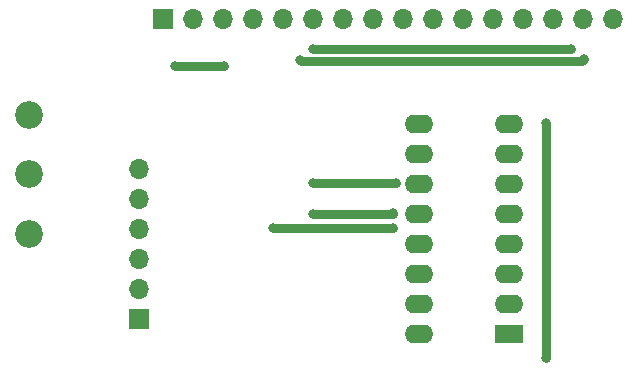
<source format=gbr>
%TF.GenerationSoftware,KiCad,Pcbnew,(6.0.7)*%
%TF.CreationDate,2023-05-11T09:52:43+08:00*%
%TF.ProjectId,ST7920 test,53543739-3230-4207-9465-73742e6b6963,rev?*%
%TF.SameCoordinates,Original*%
%TF.FileFunction,Copper,L1,Top*%
%TF.FilePolarity,Positive*%
%FSLAX46Y46*%
G04 Gerber Fmt 4.6, Leading zero omitted, Abs format (unit mm)*
G04 Created by KiCad (PCBNEW (6.0.7)) date 2023-05-11 09:52:43*
%MOMM*%
%LPD*%
G01*
G04 APERTURE LIST*
%TA.AperFunction,ComponentPad*%
%ADD10R,1.700000X1.700000*%
%TD*%
%TA.AperFunction,ComponentPad*%
%ADD11O,1.700000X1.700000*%
%TD*%
%TA.AperFunction,ComponentPad*%
%ADD12C,2.340000*%
%TD*%
%TA.AperFunction,ComponentPad*%
%ADD13R,2.400000X1.600000*%
%TD*%
%TA.AperFunction,ComponentPad*%
%ADD14O,2.400000X1.600000*%
%TD*%
%TA.AperFunction,ViaPad*%
%ADD15C,0.800000*%
%TD*%
%TA.AperFunction,Conductor*%
%ADD16C,0.762000*%
%TD*%
G04 APERTURE END LIST*
D10*
%TO.P,J2,1,Pin_1*%
%TO.N,/GND*%
X97028000Y-88900000D03*
D11*
%TO.P,J2,2,Pin_2*%
%TO.N,/latch*%
X97028000Y-86360000D03*
%TO.P,J2,3,Pin_3*%
%TO.N,/SR clk*%
X97028000Y-83820000D03*
%TO.P,J2,4,Pin_4*%
%TO.N,/Data in*%
X97028000Y-81280000D03*
%TO.P,J2,5,Pin_5*%
%TO.N,/3.3V*%
X97028000Y-78740000D03*
%TO.P,J2,6,Pin_6*%
%TO.N,/5V*%
X97028000Y-76200000D03*
%TD*%
D12*
%TO.P,RV1,1,1*%
%TO.N,/5V*%
X87680800Y-71678800D03*
%TO.P,RV1,2,2*%
%TO.N,/Vref*%
X87680800Y-76678800D03*
%TO.P,RV1,3,3*%
%TO.N,/GND*%
X87680800Y-81678800D03*
%TD*%
D13*
%TO.P,U1,1,QB*%
%TO.N,/R{slash}W*%
X128285000Y-90155000D03*
D14*
%TO.P,U1,2,QC*%
%TO.N,/Enable*%
X128285000Y-87615000D03*
%TO.P,U1,3,QD*%
%TO.N,unconnected-(U1-Pad3)*%
X128285000Y-85075000D03*
%TO.P,U1,4,QE*%
%TO.N,/DB4*%
X128285000Y-82535000D03*
%TO.P,U1,5,QF*%
%TO.N,/DB5*%
X128285000Y-79995000D03*
%TO.P,U1,6,QG*%
%TO.N,/DB6*%
X128285000Y-77455000D03*
%TO.P,U1,7,QH*%
%TO.N,/DB7*%
X128285000Y-74915000D03*
%TO.P,U1,8,GND*%
%TO.N,/GND*%
X128285000Y-72375000D03*
%TO.P,U1,9,QH'*%
%TO.N,unconnected-(U1-Pad9)*%
X120665000Y-72375000D03*
%TO.P,U1,10,~{SRCLR}*%
%TO.N,unconnected-(U1-Pad10)*%
X120665000Y-74915000D03*
%TO.P,U1,11,SRCLK*%
%TO.N,/SR clk*%
X120665000Y-77455000D03*
%TO.P,U1,12,RCLK*%
%TO.N,/latch*%
X120665000Y-79995000D03*
%TO.P,U1,13,~{OE}*%
%TO.N,unconnected-(U1-Pad13)*%
X120665000Y-82535000D03*
%TO.P,U1,14,SER*%
%TO.N,/Data in*%
X120665000Y-85075000D03*
%TO.P,U1,15,QA*%
%TO.N,/RS*%
X120665000Y-87615000D03*
%TO.P,U1,16,VCC*%
%TO.N,/3.3V*%
X120665000Y-90155000D03*
%TD*%
D10*
%TO.P,J1,1,Pin_1*%
%TO.N,/GND*%
X99060000Y-63500000D03*
D11*
%TO.P,J1,2,Pin_2*%
%TO.N,/3.3V*%
X101600000Y-63500000D03*
%TO.P,J1,3,Pin_3*%
%TO.N,/Vref*%
X104140000Y-63500000D03*
%TO.P,J1,4,Pin_4*%
%TO.N,/RS*%
X106680000Y-63500000D03*
%TO.P,J1,5,Pin_5*%
%TO.N,/R{slash}W*%
X109220000Y-63500000D03*
%TO.P,J1,6,Pin_6*%
%TO.N,/Enable*%
X111760000Y-63500000D03*
%TO.P,J1,7,Pin_7*%
%TO.N,unconnected-(J1-Pad7)*%
X114300000Y-63500000D03*
%TO.P,J1,8,Pin_8*%
%TO.N,unconnected-(J1-Pad8)*%
X116840000Y-63500000D03*
%TO.P,J1,9,Pin_9*%
%TO.N,unconnected-(J1-Pad9)*%
X119380000Y-63500000D03*
%TO.P,J1,10,Pin_10*%
%TO.N,unconnected-(J1-Pad10)*%
X121920000Y-63500000D03*
%TO.P,J1,11,Pin_11*%
%TO.N,/DB4*%
X124460000Y-63500000D03*
%TO.P,J1,12,Pin_12*%
%TO.N,/DB5*%
X127000000Y-63500000D03*
%TO.P,J1,13,Pin_13*%
%TO.N,/DB6*%
X129540000Y-63500000D03*
%TO.P,J1,14,Pin_14*%
%TO.N,/DB7*%
X132080000Y-63500000D03*
%TO.P,J1,15,Pin_15*%
%TO.N,unconnected-(J1-Pad15)*%
X134620000Y-63500000D03*
%TO.P,J1,16,Pin_16*%
%TO.N,unconnected-(J1-Pad16)*%
X137160000Y-63500000D03*
%TD*%
D15*
%TO.N,/GND*%
X131419600Y-72339200D03*
X131419600Y-92252800D03*
%TO.N,/Vref*%
X104190800Y-67462400D03*
X100025200Y-67462400D03*
%TO.N,/R{slash}W*%
X110642400Y-67005200D03*
X134670800Y-66903600D03*
%TO.N,/Enable*%
X133604000Y-66040000D03*
X111760000Y-66090800D03*
%TO.N,/latch*%
X111760000Y-80010000D03*
X118516400Y-79959200D03*
%TO.N,/SR clk*%
X111760000Y-77368400D03*
X118770400Y-77419200D03*
%TO.N,/Data in*%
X108356400Y-81229200D03*
X118465600Y-81178400D03*
%TD*%
D16*
%TO.N,/GND*%
X131419600Y-72339200D02*
X131419600Y-92252800D01*
%TO.N,/Vref*%
X100025200Y-67462400D02*
X104190800Y-67462400D01*
%TO.N,/R{slash}W*%
X134502600Y-67071800D02*
X110709000Y-67071800D01*
X110709000Y-67071800D02*
X110642400Y-67005200D01*
X134670800Y-66903600D02*
X134502600Y-67071800D01*
%TO.N,/Enable*%
X133604000Y-66040000D02*
X112369600Y-66040000D01*
X111810800Y-66040000D02*
X111760000Y-66090800D01*
X112369600Y-66040000D02*
X111810800Y-66040000D01*
%TO.N,/latch*%
X118465600Y-80010000D02*
X118516400Y-79959200D01*
X111760000Y-80010000D02*
X118465600Y-80010000D01*
%TO.N,/SR clk*%
X118770400Y-77419200D02*
X111810800Y-77419200D01*
X111810800Y-77419200D02*
X111760000Y-77368400D01*
%TO.N,/Data in*%
X108356400Y-81229200D02*
X116992400Y-81229200D01*
X118414800Y-81229200D02*
X118465600Y-81178400D01*
X116992400Y-81229200D02*
X118414800Y-81229200D01*
%TD*%
M02*

</source>
